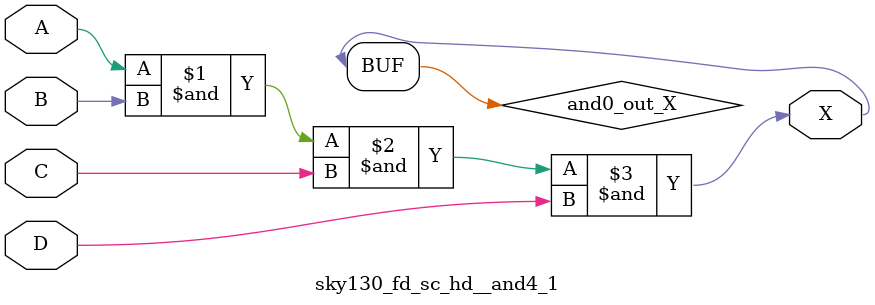
<source format=v>
/*
 * Copyright 2020 The SkyWater PDK Authors
 *
 * Licensed under the Apache License, Version 2.0 (the "License");
 * you may not use this file except in compliance with the License.
 * You may obtain a copy of the License at
 *
 *     https://www.apache.org/licenses/LICENSE-2.0
 *
 * Unless required by applicable law or agreed to in writing, software
 * distributed under the License is distributed on an "AS IS" BASIS,
 * WITHOUT WARRANTIES OR CONDITIONS OF ANY KIND, either express or implied.
 * See the License for the specific language governing permissions and
 * limitations under the License.
 *
 * SPDX-License-Identifier: Apache-2.0
*/


`ifndef SKY130_FD_SC_HD__AND4_1_FUNCTIONAL_V
`define SKY130_FD_SC_HD__AND4_1_FUNCTIONAL_V

/**
 * and4: 4-input AND.
 *
 * Verilog simulation functional model.
 */

`timescale 1ns / 1ps
`default_nettype none

`celldefine
module sky130_fd_sc_hd__and4_1 (
    X,
    A,
    B,
    C,
    D
);

    // Module ports
    output X;
    input  A;
    input  B;
    input  C;
    input  D;

    // Local signals
    wire and0_out_X;

    //  Name  Output      Other arguments
    and and0 (and0_out_X, A, B, C, D     );
    buf buf0 (X         , and0_out_X     );

endmodule
`endcelldefine

`default_nettype wire
`endif  // SKY130_FD_SC_HD__AND4_1_FUNCTIONAL_V

</source>
